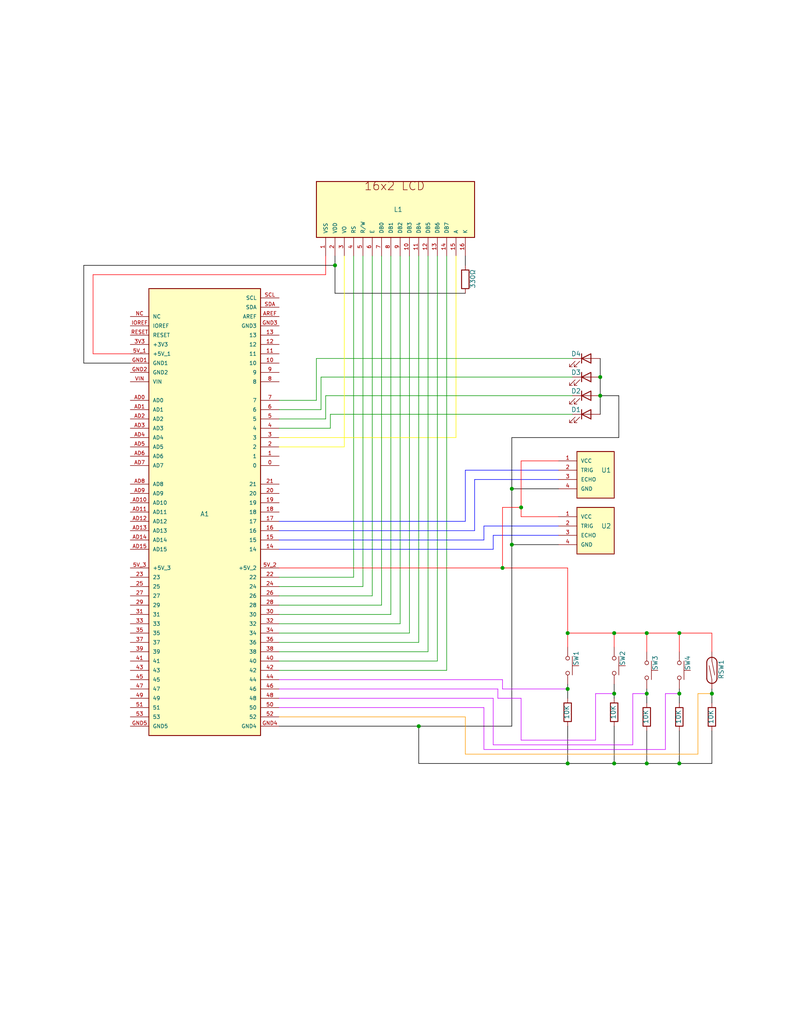
<source format=kicad_sch>
(kicad_sch (version 20231120) (generator "eeschema") (generator_version "8.0")
  (paper "USLetter" portrait)
  (title_block (title "Garage Parking Assist") (date "2024-06-24") (rev "V2") (company "Andrew Hill"))
  (lib_symbols
    (symbol "Arduino Mega 2560 Rev3:A000067" (pin_names (offset 1.016))
      (property "Reference" "A" (at -15.24 61.595 0))
      (property "Value" "A000067" (at -15.24 -63.5 0))
      (symbol "A000067_0_0"
        (rectangle (start -15.24 -60.96) (end 15.24 60.96) (stroke (width 0.254)) (fill (type background)))
        (pin passive line (at 20.32 12.7 180) (length 5.08) (name "0") (number "0"))
        (pin passive line (at 20.32 15.24 180) (length 5.08) (name "1") (number "1"))
        (pin passive line (at 20.32 40.64 180) (length 5.08) (name "10") (number "10"))
        (pin passive line (at 20.32 43.18 180) (length 5.08) (name "11") (number "11"))
        (pin passive line (at 20.32 45.72 180) (length 5.08) (name "12") (number "12"))
        (pin passive line (at 20.32 48.26 180) (length 5.08) (name "13") (number "13"))
        (pin passive line (at 20.32 -10.16 180) (length 5.08) (name "14") (number "14"))
        (pin passive line (at 20.32 -7.62 180) (length 5.08) (name "15") (number "15"))
        (pin passive line (at 20.32 -5.08 180) (length 5.08) (name "16") (number "16"))
        (pin passive line (at 20.32 -2.54 180) (length 5.08) (name "17") (number "17"))
        (pin passive line (at 20.32 0 180) (length 5.08) (name "18") (number "18"))
        (pin passive line (at 20.32 2.54 180) (length 5.08) (name "19") (number "19"))
        (pin passive line (at 20.32 17.78 180) (length 5.08) (name "2") (number "2"))
        (pin passive line (at 20.32 5.08 180) (length 5.08) (name "20") (number "20"))
        (pin passive line (at 20.32 7.62 180) (length 5.08) (name "21") (number "21"))
        (pin passive line (at 20.32 -17.78 180) (length 5.08) (name "22") (number "22"))
        (pin passive line (at -20.32 -17.78 0) (length 5.08) (name "23") (number "23"))
        (pin passive line (at 20.32 -20.32 180) (length 5.08) (name "24") (number "24"))
        (pin passive line (at -20.32 -20.32 0) (length 5.08) (name "25") (number "25"))
        (pin passive line (at 20.32 -22.86 180) (length 5.08) (name "26") (number "26"))
        (pin passive line (at -20.32 -22.86 0) (length 5.08) (name "27") (number "27"))
        (pin passive line (at 20.32 -25.4 180) (length 5.08) (name "28") (number "28"))
        (pin passive line (at -20.32 -25.4 0) (length 5.08) (name "29") (number "29"))
        (pin passive line (at 20.32 20.32 180) (length 5.08) (name "3") (number "3"))
        (pin passive line (at 20.32 -27.94 180) (length 5.08) (name "30") (number "30"))
        (pin passive line (at -20.32 -27.94 0) (length 5.08) (name "31") (number "31"))
        (pin passive line (at 20.32 -30.48 180) (length 5.08) (name "32") (number "32"))
        (pin passive line (at -20.32 -30.48 0) (length 5.08) (name "33") (number "33"))
        (pin passive line (at 20.32 -33.02 180) (length 5.08) (name "34") (number "34"))
        (pin passive line (at -20.32 -33.02 0) (length 5.08) (name "35") (number "35"))
        (pin passive line (at 20.32 -35.56 180) (length 5.08) (name "36") (number "36"))
        (pin passive line (at -20.32 -35.56 0) (length 5.08) (name "37") (number "37"))
        (pin passive line (at 20.32 -38.1 180) (length 5.08) (name "38") (number "38"))
        (pin passive line (at -20.32 -38.1 0) (length 5.08) (name "39") (number "39"))
        (pin passive line (at -20.32 45.72 0) (length 5.08) (name "+3V3") (number "3V3"))
        (pin passive line (at 20.32 22.86 180) (length 5.08) (name "4") (number "4"))
        (pin passive line (at 20.32 -40.64 180) (length 5.08) (name "40") (number "40"))
        (pin passive line (at -20.32 -40.64 0) (length 5.08) (name "41") (number "41"))
        (pin passive line (at 20.32 -43.18 180) (length 5.08) (name "42") (number "42"))
        (pin passive line (at -20.32 -43.18 0) (length 5.08) (name "43") (number "43"))
        (pin passive line (at 20.32 -45.72 180) (length 5.08) (name "44") (number "44"))
        (pin passive line (at -20.32 -45.72 0) (length 5.08) (name "45") (number "45"))
        (pin passive line (at 20.32 -48.26 180) (length 5.08) (name "46") (number "46"))
        (pin passive line (at -20.32 -48.26 0) (length 5.08) (name "47") (number "47"))
        (pin passive line (at 20.32 -50.8 180) (length 5.08) (name "48") (number "48"))
        (pin passive line (at -20.32 -50.8 0) (length 5.08) (name "49") (number "49"))
        (pin passive line (at 20.32 25.4 180) (length 5.08) (name "5") (number "5"))
        (pin passive line (at 20.32 -53.34 180) (length 5.08) (name "50") (number "50"))
        (pin passive line (at -20.32 -53.34 0) (length 5.08) (name "51") (number "51"))
        (pin passive line (at 20.32 -55.88 180) (length 5.08) (name "52") (number "52"))
        (pin passive line (at -20.32 -55.88 0) (length 5.08) (name "53") (number "53"))
        (pin passive line (at -20.32 43.18 0) (length 5.08) (name "+5V_1") (number "5V_1"))
        (pin passive line (at 20.32 -15.24 180) (length 5.08) (name "+5V_2") (number "5V_2"))
        (pin passive line (at -20.32 -15.24 0) (length 5.08) (name "+5V_3") (number "5V_3"))
        (pin passive line (at 20.32 27.94 180) (length 5.08) (name "6") (number "6"))
        (pin passive line (at 20.32 30.48 180) (length 5.08) (name "7") (number "7"))
        (pin passive line (at 20.32 35.56 180) (length 5.08) (name "8") (number "8"))
        (pin passive line (at 20.32 38.1 180) (length 5.08) (name "9") (number "9"))
        (pin passive line (at -20.32 30.48 0) (length 5.08) (name "AD0") (number "AD0"))
        (pin passive line (at -20.32 27.94 0) (length 5.08) (name "AD1") (number "AD1"))
        (pin passive line (at -20.32 2.54 0) (length 5.08) (name "AD10") (number "AD10"))
        (pin passive line (at -20.32 0 0) (length 5.08) (name "AD11") (number "AD11"))
        (pin passive line (at -20.32 -2.54 0) (length 5.08) (name "AD12") (number "AD12"))
        (pin passive line (at -20.32 -5.08 0) (length 5.08) (name "AD13") (number "AD13"))
        (pin passive line (at -20.32 -7.62 0) (length 5.08) (name "AD14") (number "AD14"))
        (pin passive line (at -20.32 -10.16 0) (length 5.08) (name "AD15") (number "AD15"))
        (pin passive line (at -20.32 25.4 0) (length 5.08) (name "AD2") (number "AD2"))
        (pin passive line (at -20.32 22.86 0) (length 5.08) (name "AD3") (number "AD3"))
        (pin passive line (at -20.32 20.32 0) (length 5.08) (name "AD4") (number "AD4"))
        (pin passive line (at -20.32 17.78 0) (length 5.08) (name "AD5") (number "AD5"))
        (pin passive line (at -20.32 15.24 0) (length 5.08) (name "AD6") (number "AD6"))
        (pin passive line (at -20.32 12.7 0) (length 5.08) (name "AD7") (number "AD7"))
        (pin passive line (at -20.32 7.62 0) (length 5.08) (name "AD8") (number "AD8"))
        (pin passive line (at -20.32 5.08 0) (length 5.08) (name "AD9") (number "AD9"))
        (pin passive line (at 20.32 53.34 180) (length 5.08) (name "AREF") (number "AREF"))
        (pin passive line (at -20.32 40.64 0) (length 5.08) (name "GND1") (number "GND1"))
        (pin passive line (at -20.32 38.1 0) (length 5.08) (name "GND2") (number "GND2"))
        (pin passive line (at 20.32 50.8 180) (length 5.08) (name "GND3") (number "GND3"))
        (pin passive line (at 20.32 -58.42 180) (length 5.08) (name "GND4") (number "GND4"))
        (pin passive line (at -20.32 -58.42 0) (length 5.08) (name "GND5") (number "GND5"))
        (pin passive line (at -20.32 50.8 0) (length 5.08) (name "IOREF") (number "IOREF"))
        (pin passive line (at -20.32 53.34 0) (length 5.08) (name "NC") (number "NC"))
        (pin passive line (at -20.32 48.26 0) (length 5.08) (name "RESET") (number "RESET"))
        (pin passive line (at 20.32 58.42 180) (length 5.08) (name "SCL") (number "SCL"))
        (pin passive line (at 20.32 55.88 180) (length 5.08) (name "SDA") (number "SDA"))
        (pin passive line (at -20.32 35.56 0) (length 5.08) (name "VIN") (number "VIN"))
      )
    )
    (symbol "Device:LED" (pin_numbers hide) (pin_names (offset 1.016) hide)
      (property "Reference" "D" (at 0 2.54 0))
      (property "Value" "LED" (at 0 -2.54 0))
      (symbol "LED_0_1"
        (polyline (pts (xy -1.27 -1.27) (xy -1.27 1.27)) (stroke (width 0.254)))
        (polyline (pts (xy -1.27 0) (xy 1.27 0)))
        (polyline (pts (xy 1.27 -1.27) (xy 1.27 1.27) (xy -1.27 0) (xy 1.27 -1.27)) (stroke (width 0.254)))
        (polyline (pts (xy -3.048 -0.762) (xy -4.572 -2.286) (xy -3.81 -2.286) (xy -4.572 -2.286) (xy -4.572 -1.524)))
        (polyline (pts (xy -1.778 -0.762) (xy -3.302 -2.286) (xy -2.54 -2.286) (xy -3.302 -2.286) (xy -3.302 -1.524)))
      )
      (symbol "LED_1_1"
        (pin passive line (at -3.81 0 0) (length 2.54) (name "K") (number "1"))
        (pin passive line (at 3.81 0 180) (length 2.54) (name "A") (number "2"))
      )
    )
    (symbol "Device:R" (pin_numbers hide) (pin_names (offset 0))
      (property "Reference" "R" (at 2.032 0 90))
      (property "Value" "R" (at 0 0 90))
      (symbol "R_0_1"
        (rectangle (start -1.016 -2.54) (end 1.016 2.54) (stroke (width 0.254)))
      )
      (symbol "R_1_1"
        (pin passive line (at 0 3.81 270) (length 1.27) (name "~") (number "1"))
        (pin passive line (at 0 -3.81 90) (length 1.27) (name "~") (number "2"))
      )
    )
    (symbol "HC-SR04:HC-SR04" (pin_names (offset 1.016))
      (property "Reference" "U" (at 0 5.0813 0))
      (property "Value" "HC-SR04" (at 0 -10.163 0))
      (symbol "HC-SR04_0_0"
        (rectangle (start 0 -7.62) (end 10.16 5.08) (stroke (width 0.254)) (fill (type background)))
        (pin power_in line (at -5.08 2.54 0) (length 5.08) (name "VCC") (number "1"))
        (pin bidirectional line (at -5.08 0 0) (length 5.08) (name "TRIG") (number "2"))
        (pin bidirectional line (at -5.08 -2.54 0) (length 5.08) (name "ECHO") (number "3"))
        (pin power_in line (at -5.08 -5.08 0) (length 5.08) (name "GND") (number "4"))
      )
    )
    (symbol "LCD 16x2:LCD-16X2" (pin_names (offset 1.016))
      (property "Reference" "U" (at -7.62 23.368 0))
      (property "Value" "LCD-16X2" (at -7.62 -22.86 0))
      (symbol "LCD-16X2_0_0"
        (rectangle (start -7.62 -20.32) (end 7.62 22.86) (stroke (width 0.254)) (fill (type background)))
        (text "16x2 LCD" (at 5.08 -6.858 900) (effects (font (size 2.286 2.286)) (justify left bottom)))
        (pin power_in line (at -12.7 20.32 0) (length 5.08) (name "VSS") (number "1"))
        (pin bidirectional line (at -12.7 -2.54 0) (length 5.08) (name "DB3") (number "10"))
        (pin bidirectional line (at -12.7 -5.08 0) (length 5.08) (name "DB4") (number "11"))
        (pin bidirectional line (at -12.7 -7.62 0) (length 5.08) (name "DB5") (number "12"))
        (pin bidirectional line (at -12.7 -10.16 0) (length 5.08) (name "DB6") (number "13"))
        (pin bidirectional line (at -12.7 -12.7 0) (length 5.08) (name "DB7") (number "14"))
        (pin power_in line (at -12.7 -15.24 0) (length 5.08) (name "A") (number "15"))
        (pin power_in line (at -12.7 -17.78 0) (length 5.08) (name "K") (number "16"))
        (pin power_in line (at -12.7 17.78 0) (length 5.08) (name "VDD") (number "2"))
        (pin bidirectional line (at -12.7 15.24 0) (length 5.08) (name "VO") (number "3"))
        (pin input line (at -12.7 12.7 0) (length 5.08) (name "RS") (number "4"))
        (pin input line (at -12.7 10.16 0) (length 5.08) (name "R/W") (number "5"))
        (pin input line (at -12.7 7.62 0) (length 5.08) (name "E") (number "6"))
        (pin bidirectional line (at -12.7 5.08 0) (length 5.08) (name "DB0") (number "7"))
        (pin bidirectional line (at -12.7 2.54 0) (length 5.08) (name "DB1") (number "8"))
        (pin bidirectional line (at -12.7 0 0) (length 5.08) (name "DB2") (number "9"))
      )
    )
    (symbol "Switch:SW_Push" (pin_numbers hide) (pin_names (offset 1.016) hide)
      (property "Reference" "SW" (at 1.27 2.54 0))
      (property "Value" "SW_Push" (at 0 -1.524 0))
      (symbol "SW_Push_0_1"
        (circle (center -2.032 0) (radius 0.508))
        (polyline (pts (xy 0 1.27) (xy 0 3.048)))
        (polyline (pts (xy 2.54 1.27) (xy -2.54 1.27)))
        (circle (center 2.032 0) (radius 0.508))
        (pin passive line (at -5.08 0 0) (length 2.54) (name "1") (number "1"))
        (pin passive line (at 5.08 0 180) (length 2.54) (name "2") (number "2"))
      )
    )
    (symbol "Switch:SW_Reed" (pin_numbers hide) (pin_names (offset 0) hide)
      (property "Reference" "SW" (at 0 2.54 0))
      (property "Value" "SW_Reed" (at 0 -2.54 0))
      (symbol "SW_Reed_0_0"
        (arc (start -2.159 1.397) (mid -3.55 0) (end -2.159 -1.397) (stroke (width 0.254)))
        (polyline (pts (xy -2.54 0) (xy 1.27 0.762)))
        (polyline (pts (xy -2.159 -1.397) (xy 2.286 -1.397)) (stroke (width 0.254)))
        (polyline (pts (xy 2.159 1.397) (xy -2.159 1.397)) (stroke (width 0.254)))
        (polyline (pts (xy 2.54 0) (xy -1.27 -0.762)))
        (arc (start 2.159 -1.397) (mid 3.55 0) (end 2.159 1.397) (stroke (width 0.254)))
      )
      (symbol "SW_Reed_1_1"
        (pin passive line (at -5.08 0 0) (length 2.54) (name "1") (number "1"))
        (pin passive line (at 5.08 0 180) (length 2.54) (name "2") (number "2"))
      )
    )
  )
  (junction (at 167.64 189.23))
  (junction (at 114.3 198.12))
  (junction (at 185.42 208.28))
  (junction (at 91.44 72.39))
  (junction (at 185.42 189.23))
  (junction (at 167.64 172.72))
  (junction (at 154.94 172.72))
  (junction (at 139.7 148.59))
  (junction (at 154.94 187.96))
  (junction (at 176.53 208.28))
  (junction (at 154.94 208.28))
  (junction (at 176.53 189.23))
  (junction (at 167.64 208.28))
  (junction (at 163.83 107.95))
  (junction (at 142.24 138.43))
  (junction (at 185.42 172.72))
  (junction (at 163.83 102.87))
  (junction (at 194.31 189.23))
  (junction (at 176.53 172.72))
  (junction (at 139.7 133.35))
  (junction (at 137.16 154.94))
  (wire (pts (xy 154.94 186.69) (xy 154.94 187.96)) (stroke (width 0) (color 0 0 0 1)))
  (wire (pts (xy 142.24 138.43) (xy 142.24 140.97)) (stroke (width 0) (color 255 0 0 1)))
  (wire (pts (xy 176.53 172.72) (xy 176.53 177.8)) (stroke (width 0) (color 255 0 0 1)))
  (wire (pts (xy 137.16 138.43) (xy 142.24 138.43)) (stroke (width 0) (color 255 0 0 1)))
  (wire (pts (xy 172.72 203.2) (xy 172.72 189.23)) (stroke (width 0) (color 203 0 255 1)))
  (wire (pts (xy 137.16 154.94) (xy 137.16 138.43)) (stroke (width 0) (color 255 0 0 1)))
  (wire (pts (xy 190.5 205.74) (xy 190.5 189.23)) (stroke (width 0) (color 255 155 0 1)))
  (wire (pts (xy 168.91 107.95) (xy 163.83 107.95)) (stroke (width 0) (color 0 0 0 1)))
  (wire (pts (xy 139.7 133.35) (xy 152.4 133.35)) (stroke (width 0) (color 0 0 0 1)))
  (wire (pts (xy 154.94 154.94) (xy 154.94 172.72)) (stroke (width 0) (color 255 0 0 1)))
  (wire (pts (xy 194.31 208.28) (xy 194.31 199.39)) (stroke (width 0) (color 0 0 0 1)))
  (wire (pts (xy 154.94 172.72) (xy 167.64 172.72)) (stroke (width 0) (color 255 0 0 1)))
  (wire (pts (xy 176.53 189.23) (xy 176.53 191.77)) (stroke (width 0) (color 0 0 0 1)))
  (wire (pts (xy 76.2 195.58) (xy 127 195.58)) (stroke (width 0) (color 255 155 0 1)))
  (wire (pts (xy 87.63 102.87) (xy 156.21 102.87)))
  (wire (pts (xy 111.76 172.72) (xy 76.2 172.72)))
  (wire (pts (xy 76.2 147.32) (xy 132.08 147.32)) (stroke (width 0) (color 0 0 255 1)))
  (wire (pts (xy 25.4 96.52) (xy 25.4 74.93)) (stroke (width 0) (color 255 0 7 1)))
  (wire (pts (xy 86.36 109.22) (xy 76.2 109.22)))
  (wire (pts (xy 129.54 144.78) (xy 129.54 130.81)) (stroke (width 0) (color 0 0 255 1)))
  (wire (pts (xy 152.4 148.59) (xy 139.7 148.59)) (stroke (width 0) (color 0 0 0 1)))
  (wire (pts (xy 121.92 182.88) (xy 76.2 182.88)))
  (wire (pts (xy 167.64 186.69) (xy 167.64 189.23)) (stroke (width 0) (color 0 0 0 1)))
  (wire (pts (xy 176.53 172.72) (xy 185.42 172.72)) (stroke (width 0) (color 255 0 0 1)))
  (wire (pts (xy 142.24 190.5) (xy 142.24 201.93)) (stroke (width 0) (color 203 0 255 1)))
  (wire (pts (xy 163.83 97.79) (xy 163.83 102.87)) (stroke (width 0) (color 0 0 0 1)))
  (wire (pts (xy 172.72 189.23) (xy 176.53 189.23)) (stroke (width 0) (color 203 0 255 1)))
  (wire (pts (xy 76.2 190.5) (xy 134.62 190.5)) (stroke (width 0) (color 203 0 255 1)))
  (wire (pts (xy 185.42 172.72) (xy 194.31 172.72)) (stroke (width 0) (color 255 0 0 1)))
  (wire (pts (xy 106.68 167.64) (xy 76.2 167.64)))
  (wire (pts (xy 137.16 185.42) (xy 76.2 185.42)) (stroke (width 0) (color 203 0 255 1)))
  (wire (pts (xy 101.6 162.56) (xy 76.2 162.56)))
  (wire (pts (xy 90.17 113.03) (xy 90.17 116.84)))
  (wire (pts (xy 22.86 72.39) (xy 91.44 72.39)) (stroke (width 0) (color 0 0 0 1)))
  (wire (pts (xy 167.64 189.23) (xy 167.64 190.5)) (stroke (width 0) (color 0 0 0 1)))
  (wire (pts (xy 76.2 187.96) (xy 135.89 187.96)) (stroke (width 0) (color 203 0 255 1)))
  (wire (pts (xy 116.84 69.85) (xy 116.84 177.8)))
  (wire (pts (xy 76.2 198.12) (xy 114.3 198.12)) (stroke (width 0) (color 0 0 0 1)))
  (wire (pts (xy 104.14 165.1) (xy 76.2 165.1)))
  (wire (pts (xy 101.6 69.85) (xy 101.6 162.56)))
  (wire (pts (xy 181.61 189.23) (xy 185.42 189.23)) (stroke (width 0) (color 203 0 255 1)))
  (wire (pts (xy 127 195.58) (xy 127 205.74)) (stroke (width 0) (color 255 155 0 1)))
  (wire (pts (xy 132.08 204.47) (xy 181.61 204.47)) (stroke (width 0) (color 203 0 255 1)))
  (wire (pts (xy 88.9 114.3) (xy 88.9 107.95)))
  (wire (pts (xy 137.16 154.94) (xy 154.94 154.94)) (stroke (width 0) (color 255 0 0 1)))
  (wire (pts (xy 88.9 69.85) (xy 88.9 74.93)) (stroke (width 0) (color 255 0 7 1)))
  (wire (pts (xy 121.92 69.85) (xy 121.92 182.88)))
  (wire (pts (xy 88.9 107.95) (xy 156.21 107.95)))
  (wire (pts (xy 35.56 96.52) (xy 25.4 96.52)) (stroke (width 0) (color 255 0 7 1)))
  (wire (pts (xy 181.61 204.47) (xy 181.61 189.23)) (stroke (width 0) (color 203 0 255 1)))
  (wire (pts (xy 156.21 97.79) (xy 86.36 97.79)))
  (wire (pts (xy 194.31 172.72) (xy 194.31 177.8)) (stroke (width 0) (color 255 0 0 1)))
  (wire (pts (xy 156.21 113.03) (xy 90.17 113.03)))
  (wire (pts (xy 162.56 201.93) (xy 162.56 189.23)) (stroke (width 0) (color 203 0 255 1)))
  (wire (pts (xy 167.64 208.28) (xy 176.53 208.28)) (stroke (width 0) (color 0 0 0 1)))
  (wire (pts (xy 139.7 148.59) (xy 139.7 133.35)) (stroke (width 0) (color 0 0 0 1)))
  (wire (pts (xy 176.53 199.39) (xy 176.53 208.28)) (stroke (width 0) (color 0 0 0 1)))
  (wire (pts (xy 185.42 208.28) (xy 194.31 208.28)) (stroke (width 0) (color 0 0 0 1)))
  (wire (pts (xy 185.42 187.96) (xy 185.42 189.23)) (stroke (width 0) (color 0 0 0 1)))
  (wire (pts (xy 99.06 69.85) (xy 99.06 160.02)))
  (wire (pts (xy 76.2 121.92) (xy 93.98 121.92)) (stroke (width 0) (color 255 252 0 1)))
  (wire (pts (xy 114.3 208.28) (xy 154.94 208.28)) (stroke (width 0) (color 0 0 0 1)))
  (wire (pts (xy 135.89 190.5) (xy 142.24 190.5)) (stroke (width 0) (color 203 0 255 1)))
  (wire (pts (xy 22.86 99.06) (xy 35.56 99.06)) (stroke (width 0) (color 0 0 0 1)))
  (wire (pts (xy 163.83 107.95) (xy 163.83 113.03)) (stroke (width 0) (color 0 0 0 1)))
  (wire (pts (xy 154.94 208.28) (xy 167.64 208.28)) (stroke (width 0) (color 0 0 0 1)))
  (wire (pts (xy 127 205.74) (xy 190.5 205.74)) (stroke (width 0) (color 255 155 0 1)))
  (wire (pts (xy 104.14 69.85) (xy 104.14 165.1)))
  (wire (pts (xy 190.5 189.23) (xy 194.31 189.23)) (stroke (width 0) (color 255 155 0 1)))
  (wire (pts (xy 152.4 128.27) (xy 127 128.27)) (stroke (width 0) (color 0 0 255 1)))
  (wire (pts (xy 168.91 119.38) (xy 168.91 107.95)) (stroke (width 0) (color 0 0 0 1)))
  (wire (pts (xy 93.98 121.92) (xy 93.98 69.85)) (stroke (width 0) (color 255 252 0 1)))
  (wire (pts (xy 91.44 80.01) (xy 91.44 72.39)) (stroke (width 0) (color 0 0 0 1)))
  (wire (pts (xy 132.08 143.51) (xy 152.4 143.51)) (stroke (width 0) (color 0 0 255 1)))
  (wire (pts (xy 134.62 149.86) (xy 134.62 146.05)) (stroke (width 0) (color 0 0 255 1)))
  (wire (pts (xy 154.94 198.12) (xy 154.94 208.28)) (stroke (width 0) (color 0 0 0 1)))
  (wire (pts (xy 90.17 116.84) (xy 76.2 116.84)))
  (wire (pts (xy 134.62 203.2) (xy 172.72 203.2)) (stroke (width 0) (color 203 0 255 1)))
  (wire (pts (xy 142.24 201.93) (xy 162.56 201.93)) (stroke (width 0) (color 203 0 255 1)))
  (wire (pts (xy 176.53 187.96) (xy 176.53 189.23)) (stroke (width 0) (color 0 0 0 1)))
  (wire (pts (xy 86.36 97.79) (xy 86.36 109.22)))
  (wire (pts (xy 127 128.27) (xy 127 142.24)) (stroke (width 0) (color 0 0 255 1)))
  (wire (pts (xy 76.2 114.3) (xy 88.9 114.3)))
  (wire (pts (xy 99.06 160.02) (xy 76.2 160.02)))
  (wire (pts (xy 25.4 74.93) (xy 88.9 74.93)) (stroke (width 0) (color 255 0 7 1)))
  (wire (pts (xy 139.7 198.12) (xy 139.7 148.59)) (stroke (width 0) (color 0 0 0 1)))
  (wire (pts (xy 114.3 175.26) (xy 114.3 69.85)))
  (wire (pts (xy 167.64 172.72) (xy 176.53 172.72)) (stroke (width 0) (color 255 0 0 1)))
  (wire (pts (xy 87.63 111.76) (xy 87.63 102.87)))
  (wire (pts (xy 127 69.85) (xy 127 72.39)) (stroke (width 0) (color 0 0 0 1)))
  (wire (pts (xy 194.31 187.96) (xy 194.31 189.23)) (stroke (width 0) (color 0 0 0 1)))
  (wire (pts (xy 124.46 69.85) (xy 124.46 119.38)) (stroke (width 0) (color 255 245 0 1)))
  (wire (pts (xy 106.68 69.85) (xy 106.68 167.64)))
  (wire (pts (xy 91.44 72.39) (xy 91.44 69.85)) (stroke (width 0) (color 0 0 0 1)))
  (wire (pts (xy 109.22 170.18) (xy 109.22 69.85)))
  (wire (pts (xy 116.84 177.8) (xy 76.2 177.8)))
  (wire (pts (xy 96.52 157.48) (xy 76.2 157.48)))
  (wire (pts (xy 135.89 187.96) (xy 135.89 190.5)) (stroke (width 0) (color 203 0 255 1)))
  (wire (pts (xy 167.64 198.12) (xy 167.64 208.28)) (stroke (width 0) (color 0 0 0 1)))
  (wire (pts (xy 134.62 190.5) (xy 134.62 203.2)) (stroke (width 0) (color 203 0 255 1)))
  (wire (pts (xy 132.08 147.32) (xy 132.08 143.51)) (stroke (width 0) (color 0 0 255 1)))
  (wire (pts (xy 76.2 193.04) (xy 132.08 193.04)) (stroke (width 0) (color 203 0 255 1)))
  (wire (pts (xy 163.83 102.87) (xy 163.83 107.95)) (stroke (width 0) (color 0 0 0 1)))
  (wire (pts (xy 127 80.01) (xy 91.44 80.01)) (stroke (width 0) (color 0 0 0 1)))
  (wire (pts (xy 194.31 189.23) (xy 194.31 191.77)) (stroke (width 0) (color 0 0 0 1)))
  (wire (pts (xy 176.53 208.28) (xy 185.42 208.28)) (stroke (width 0) (color 0 0 0 1)))
  (wire (pts (xy 119.38 180.34) (xy 119.38 69.85)))
  (wire (pts (xy 185.42 189.23) (xy 185.42 191.77)) (stroke (width 0) (color 0 0 0 1)))
  (wire (pts (xy 185.42 199.39) (xy 185.42 208.28)) (stroke (width 0) (color 0 0 0 1)))
  (wire (pts (xy 139.7 133.35) (xy 139.7 119.38)) (stroke (width 0) (color 0 0 0 1)))
  (wire (pts (xy 76.2 175.26) (xy 114.3 175.26)))
  (wire (pts (xy 167.64 172.72) (xy 167.64 176.53)) (stroke (width 0) (color 255 0 0 1)))
  (wire (pts (xy 96.52 69.85) (xy 96.52 157.48)))
  (wire (pts (xy 127 142.24) (xy 76.2 142.24)) (stroke (width 0) (color 0 0 255 1)))
  (wire (pts (xy 142.24 125.73) (xy 142.24 138.43)) (stroke (width 0) (color 255 0 0 1)))
  (wire (pts (xy 132.08 193.04) (xy 132.08 204.47)) (stroke (width 0) (color 203 0 255 1)))
  (wire (pts (xy 76.2 154.94) (xy 137.16 154.94)) (stroke (width 0) (color 255 0 0 1)))
  (wire (pts (xy 76.2 144.78) (xy 129.54 144.78)) (stroke (width 0) (color 0 0 255 1)))
  (wire (pts (xy 154.94 172.72) (xy 154.94 176.53)) (stroke (width 0) (color 255 0 0 1)))
  (wire (pts (xy 111.76 69.85) (xy 111.76 172.72)))
  (wire (pts (xy 129.54 130.81) (xy 152.4 130.81)) (stroke (width 0) (color 0 0 255 1)))
  (wire (pts (xy 154.94 187.96) (xy 154.94 190.5)) (stroke (width 0) (color 0 0 0 1)))
  (wire (pts (xy 154.94 187.96) (xy 137.16 187.96)) (stroke (width 0) (color 203 0 255 1)))
  (wire (pts (xy 124.46 119.38) (xy 76.2 119.38)) (stroke (width 0) (color 255 245 0 1)))
  (wire (pts (xy 134.62 146.05) (xy 152.4 146.05)) (stroke (width 0) (color 0 0 255 1)))
  (wire (pts (xy 76.2 111.76) (xy 87.63 111.76)))
  (wire (pts (xy 76.2 180.34) (xy 119.38 180.34)))
  (wire (pts (xy 114.3 198.12) (xy 139.7 198.12)) (stroke (width 0) (color 0 0 0 1)))
  (wire (pts (xy 137.16 187.96) (xy 137.16 185.42)) (stroke (width 0) (color 203 0 255 1)))
  (wire (pts (xy 76.2 170.18) (xy 109.22 170.18)))
  (wire (pts (xy 162.56 189.23) (xy 167.64 189.23)) (stroke (width 0) (color 203 0 255 1)))
  (wire (pts (xy 185.42 172.72) (xy 185.42 177.8)) (stroke (width 0) (color 255 0 0 1)))
  (wire (pts (xy 76.2 149.86) (xy 134.62 149.86)) (stroke (width 0) (color 0 0 255 1)))
  (wire (pts (xy 152.4 125.73) (xy 142.24 125.73)) (stroke (width 0) (color 255 0 0 1)))
  (wire (pts (xy 142.24 140.97) (xy 152.4 140.97)) (stroke (width 0) (color 255 0 0 1)))
  (wire (pts (xy 22.86 99.06) (xy 22.86 72.39)) (stroke (width 0) (color 0 0 0 1)))
  (wire (pts (xy 139.7 119.38) (xy 168.91 119.38)) (stroke (width 0) (color 0 0 0 1)))
  (wire (pts (xy 114.3 198.12) (xy 114.3 208.28)) (stroke (width 0) (color 0 0 0 1)))
  (symbol (lib_id "Device:R") (at 127 76.2 0) (unit 1)
    (property "Reference" "R1" (effects (hide yes)))
    (property "Value" "330Ω" (at 129.032 78.74 90) (effects (justify left)))
    (property "Footprint" "Resistor_THT:R_Axial_DIN0207_L6.3mm_D2.5mm_P7.62mm_Horizontal" (effects (hide yes)))
    (property "Description" "Resistor" (effects (hide yes)))
  )
  (symbol (lib_id "LCD 16x2:LCD-16X2") (at 109.22 57.15 90) (unit 1)
    (property "Reference" "L1" (at 107.442 57.15 90) (effects (justify right)))
    (property "Value" "LCD-16X2" (effects (hide yes)))
    (property "Footprint" "Display:LCD-016N002L" (effects (hide yes)))
    (property "MF" "Gravitech" (effects (hide yes)))
    (property "MAXIMUM_PACKAGE_HEIGHT" "14 mm" (effects (hide yes)))
    (property "Package" "None" (effects (hide yes)))
    (property "Price" "None" (effects (hide yes)))
    (property "Check_prices" "https://www.snapeda.com/parts/LCD-16X2/Gravitech/view-part/?ref=eda" (effects (hide yes)))
    (property "STANDARD" "Manufacturer Recommendations" (effects (hide yes)))
    (property "PARTREV" "N/A" (effects (hide yes)))
    (property "SnapEDA_Link" "https://www.snapeda.com/parts/LCD-16X2/Gravitech/view-part/?ref=snap" (effects (hide yes)))
    (property "MP" "LCD-16X2" (effects (hide yes)))
    (property "Description_1" "\nDisplay Development Tools 16x2 Black on Green Char LCD w Backlight\n" (effects (hide yes)))
    (property "Availability" "Not in stock" (effects (hide yes)))
    (property "MANUFACTURER" "Gravitech" (effects (hide yes)))
  )
  (symbol (lib_id "Device:R") (at 154.94 194.31 0) (unit 1)
    (property "Reference" "R6" (effects (hide yes)))
    (property "Value" "10K" (at 154.686 194.31 90))
    (property "Footprint" "Resistor_THT:R_Axial_DIN0207_L6.3mm_D2.5mm_P7.62mm_Horizontal" (effects (hide yes)))
    (property "Description" "Resistor" (effects (hide yes)))
  )
  (symbol (lib_id "Device:LED") (at 160.02 107.95 0) (unit 1)
    (property "Reference" "D2" (at 157.226 106.68 0))
    (property "Value" "LED" (effects (hide yes)))
    (property "Footprint" "Connector_PinHeader_2.54mm:PinHeader_1x02_P2.54mm_Vertical" (effects (hide yes)))
    (property "Description" "Light emitting diode" (effects (hide yes)))
  )
  (symbol (lib_id "Device:R") (at 185.42 195.58 0) (unit 1)
    (property "Reference" "R3" (effects (hide yes)))
    (property "Value" "10K" (at 185.166 195.58 90))
    (property "Footprint" "Resistor_THT:R_Axial_DIN0207_L6.3mm_D2.5mm_P7.62mm_Horizontal" (effects (hide yes)))
    (property "Description" "Resistor" (effects (hide yes)))
  )
  (symbol (lib_id "HC-SR04:HC-SR04") (at 157.48 143.51 0) (unit 1)
    (property "Reference" "U2" (at 164.084 143.51 0) (effects (justify left)))
    (property "Value" "HC-SR04" (effects (hide yes)))
    (property "Footprint" "HC-SR04:XCVR_HC-SR04" (effects (hide yes)))
    (property "MF" "SparkFun Electronics" (effects (hide yes)))
    (property "Description_1" "\nHC-SR04 Ultrasonic Sensor Qwiic Platform Evaluation Expansion Board\n" (effects (hide yes)))
    (property "Package" "None" (effects (hide yes)))
    (property "Price" "None" (effects (hide yes)))
    (property "Check_prices" "https://www.snapeda.com/parts/HC-SR04/SparkFun+Electronics/view-part/?ref=eda" (effects (hide yes)))
    (property "SnapEDA_Link" "https://www.snapeda.com/parts/HC-SR04/SparkFun+Electronics/view-part/?ref=snap" (effects (hide yes)))
    (property "MP" "HC-SR04" (effects (hide yes)))
    (property "Availability" "Not in stock" (effects (hide yes)))
    (property "MANUFACTURER" "Osepp" (effects (hide yes)))
  )
  (symbol (lib_id "Device:R") (at 194.31 195.58 0) (unit 1)
    (property "Reference" "R2" (effects (hide yes)))
    (property "Value" "10K" (at 194.056 195.58 90))
    (property "Footprint" "Resistor_THT:R_Axial_DIN0207_L6.3mm_D2.5mm_P7.62mm_Horizontal" (effects (hide yes)))
    (property "Description" "Resistor" (effects (hide yes)))
  )
  (symbol (lib_id "Switch:SW_Push") (at 154.94 181.61 270) (unit 1)
    (property "Reference" "SW1" (at 157.226 179.578 0))
    (property "Value" "SW_Push" (effects (hide yes)))
    (property "Footprint" "Connector_PinHeader_2.54mm:PinHeader_1x02_P2.54mm_Vertical" (effects (hide yes)))
    (property "Description" "Push button switch, generic, two pins" (effects (hide yes)))
  )
  (symbol (lib_id "Switch:SW_Push") (at 167.64 181.61 270) (unit 1)
    (property "Reference" "SW2" (at 169.926 179.578 0))
    (property "Value" "SW_Push" (effects (hide yes)))
    (property "Footprint" "Connector_PinHeader_2.54mm:PinHeader_1x02_P2.54mm_Vertical" (effects (hide yes)))
    (property "Description" "Push button switch, generic, two pins" (effects (hide yes)))
  )
  (symbol (lib_id "Arduino Mega 2560 Rev3:A000067") (at 55.88 139.7 0) (unit 1)
    (property "Reference" "A1" (at 55.88 140.208 0))
    (property "Value" "A000067" (effects (hide yes)))
    (property "Footprint" "Arduino Mega 2560 Rev3:ARDUINO_A000067" (effects (hide yes)))
    (property "MF" "Arduino" (effects (hide yes)))
    (property "DESCRIPTION" "Dev.kit: Arduino; SPI, TWI, UART; ICSP, USB B, pin strips, supply" (effects (hide yes)))
    (property "PACKAGE" "None" (effects (hide yes)))
    (property "PRICE" "None" (effects (hide yes)))
    (property "Package" "Non-Standard Arduino" (effects (hide yes)))
    (property "Check_prices" "https://www.snapeda.com/parts/Arduino%20Mega%202560%20Rev3/Arduino/view-part/?ref=eda" (effects (hide yes)))
    (property "Price" "None" (effects (hide yes)))
    (property "SnapEDA_Link" "https://www.snapeda.com/parts/Arduino%20Mega%202560%20Rev3/Arduino/view-part/?ref=snap" (effects (hide yes)))
    (property "MP" "Arduino Mega 2560 Rev3" (effects (hide yes)))
    (property "Availability" "In Stock" (effects (hide yes)))
    (property "AVAILABILITY" "Unavailable" (effects (hide yes)))
    (property "Description_1" "\n8-bit board with 54 digital pins, 16 analog inputs, and 4 serial ports.\n" (effects (hide yes)))
  )
  (symbol (lib_id "Device:LED") (at 160.02 102.87 0) (unit 1)
    (property "Reference" "D3" (at 157.226 101.6 0))
    (property "Value" "LED" (effects (hide yes)))
    (property "Footprint" "Connector_PinHeader_2.54mm:PinHeader_1x02_P2.54mm_Vertical" (effects (hide yes)))
    (property "Description" "Light emitting diode" (effects (hide yes)))
  )
  (symbol (lib_id "Device:R") (at 176.53 195.58 0) (unit 1)
    (property "Reference" "R4" (effects (hide yes)))
    (property "Value" "10K" (at 176.276 195.58 90))
    (property "Footprint" "Resistor_THT:R_Axial_DIN0207_L6.3mm_D2.5mm_P7.62mm_Horizontal" (effects (hide yes)))
    (property "Description" "Resistor" (effects (hide yes)))
  )
  (symbol (lib_id "Switch:SW_Push") (at 185.42 182.88 270) (unit 1)
    (property "Reference" "SW4" (at 187.706 180.848 0))
    (property "Value" "SW_Push" (effects (hide yes)))
    (property "Footprint" "Connector_PinHeader_2.54mm:PinHeader_1x02_P2.54mm_Vertical" (effects (hide yes)))
    (property "Description" "Push button switch, generic, two pins" (effects (hide yes)))
  )
  (symbol (lib_id "Device:LED") (at 160.02 113.03 0) (unit 1)
    (property "Reference" "D1" (at 157.226 111.76 0))
    (property "Value" "LED" (effects (hide yes)))
    (property "Footprint" "Connector_PinHeader_2.54mm:PinHeader_1x02_P2.54mm_Vertical" (effects (hide yes)))
    (property "Description" "Light emitting diode" (effects (hide yes)))
  )
  (symbol (lib_id "Switch:SW_Push") (at 176.53 182.88 270) (unit 1)
    (property "Reference" "SW3" (at 178.816 180.848 0))
    (property "Value" "SW_Push" (effects (hide yes)))
    (property "Footprint" "Connector_PinHeader_2.54mm:PinHeader_1x02_P2.54mm_Vertical" (effects (hide yes)))
    (property "Description" "Push button switch, generic, two pins" (effects (hide yes)))
  )
  (symbol (lib_id "Device:R") (at 167.64 194.31 0) (unit 1)
    (property "Reference" "R5" (effects (hide yes)))
    (property "Value" "10K" (at 167.386 194.31 90))
    (property "Footprint" "Resistor_THT:R_Axial_DIN0207_L6.3mm_D2.5mm_P7.62mm_Horizontal" (effects (hide yes)))
    (property "Description" "Resistor" (effects (hide yes)))
  )
  (symbol (lib_id "Switch:SW_Reed") (at 194.31 182.88 270) (unit 1)
    (property "Reference" "RSW1" (at 196.85 182.626 0))
    (property "Value" "SW_Reed" (effects (hide yes)))
    (property "Footprint" "Connector_PinHeader_2.54mm:PinHeader_1x02_P2.54mm_Vertical" (effects (hide yes)))
    (property "Description" "reed switch" (effects (hide yes)))
  )
  (symbol (lib_id "Device:LED") (at 160.02 97.79 0) (unit 1)
    (property "Reference" "D4" (at 157.226 96.52 0))
    (property "Value" "LED" (effects (hide yes)))
    (property "Footprint" "Connector_PinHeader_2.54mm:PinHeader_1x02_P2.54mm_Vertical" (effects (hide yes)))
    (property "Description" "Light emitting diode" (effects (hide yes)))
  )
  (symbol (lib_id "HC-SR04:HC-SR04") (at 157.48 128.27 0) (unit 1)
    (property "Reference" "U1" (at 164.084 128.27 0) (effects (justify left)))
    (property "Value" "HC-SR04" (effects (hide yes)))
    (property "Footprint" "HC-SR04:XCVR_HC-SR04" (effects (hide yes)))
    (property "MF" "SparkFun Electronics" (effects (hide yes)))
    (property "Description_1" "\nHC-SR04 Ultrasonic Sensor Qwiic Platform Evaluation Expansion Board\n" (effects (hide yes)))
    (property "Package" "None" (effects (hide yes)))
    (property "Price" "None" (effects (hide yes)))
    (property "Check_prices" "https://www.snapeda.com/parts/HC-SR04/SparkFun+Electronics/view-part/?ref=eda" (effects (hide yes)))
    (property "SnapEDA_Link" "https://www.snapeda.com/parts/HC-SR04/SparkFun+Electronics/view-part/?ref=snap" (effects (hide yes)))
    (property "MP" "HC-SR04" (effects (hide yes)))
    (property "Availability" "Not in stock" (effects (hide yes)))
    (property "MANUFACTURER" "Osepp" (effects (hide yes)))
  )
)
</source>
